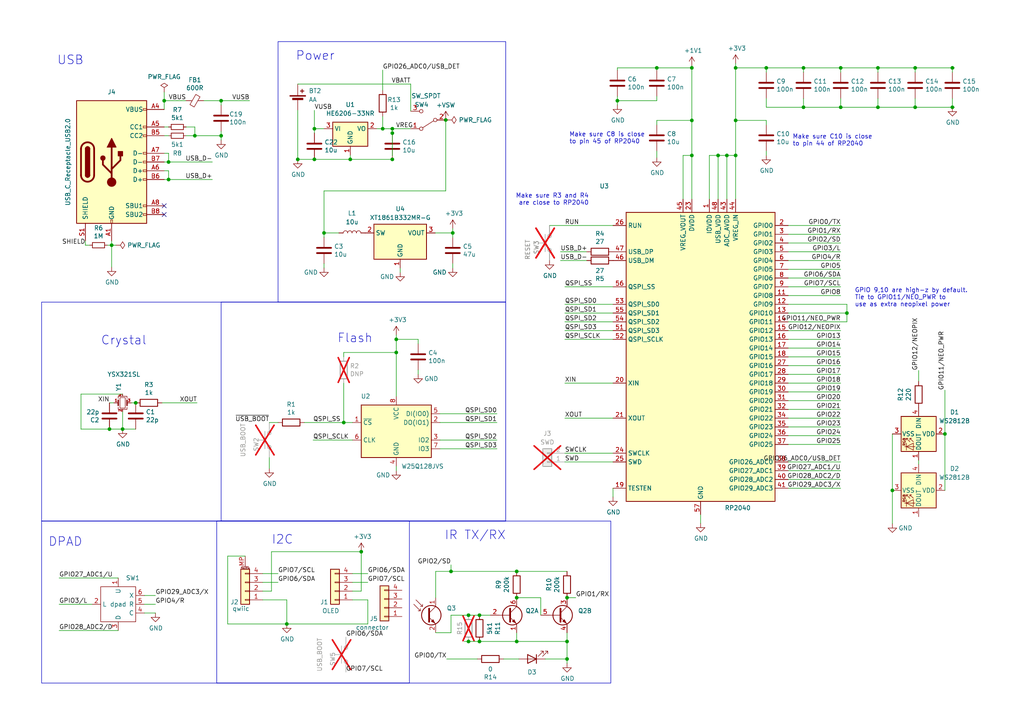
<source format=kicad_sch>
(kicad_sch (version 20250114) (generator "eeschema") (generator_version "9.0")
  (paper "A4")
  (title_block (title "OpenTaxus Badge") (date "2024-06-12") (rev "1.0") (comment 1 "Joe FitzPatrick") (comment 2 "joefitz@securinghw.com"))
  (rectangle (start 12.065 87.63) (end 146.685 151.13))
  (rectangle (start 12.065 151.13) (end 177.165 198.12))
  (rectangle (start 64.135 87.63) (end 146.685 151.13))
  (rectangle (start 62.865 151.13) (end 118.745 198.12))
  (rectangle (start 80.645 12.065) (end 146.685 87.63))
  (text "DPAD" (at 13.97 158.75 0) (effects (font (size 2.54 2.54)) (justify left bottom)))
  (text "Make sure C10 is close\nto pin 44 of RP2040" (at 229.87 42.545 0) (effects (font (size 1.27 1.27)) (justify left bottom)))
  (text "Make sure C8 is close \nto pin 45 of RP2040" (at 165.1 41.91 0) (effects (font (size 1.27 1.27)) (justify left bottom)))
  (text "IR TX/RX" (at 128.905 156.845 0) (effects (font (size 2.54 2.54)) (justify left bottom)))
  (text "USB" (at 16.51 19.05 0) (effects (font (size 2.54 2.54)) (justify left bottom)))
  (text "I2C" (at 78.74 158.115 0) (effects (font (size 2.54 2.54)) (justify left bottom)))
  (text "Make sure R3 and R4\nare close to RP2040" (at 170.815 59.69 0) (effects (font (size 1.27 1.27)) (justify right bottom)))
  (text "Flash" (at 97.79 99.695 0) (effects (font (size 2.54 2.54)) (justify left bottom)))
  (text "Crystal" (at 29.21 100.33 0) (effects (font (size 2.54 2.54)) (justify left bottom)))
  (text "Power" (at 85.725 17.78 0) (effects (font (size 2.54 2.54)) (justify left bottom)))
  (text "GPIO 9,10 are high-z by default. \nTie to GPIO11/NEO_PWR to \nuse as extra neopixel power" (at 247.904 89.154 0) (effects (font (size 1.27 1.27)) (justify left bottom)))
  (junction (at 139.065 178.435))
  (junction (at 91.186 46.228))
  (junction (at 265.43 19.685))
  (junction (at 233.045 31.115))
  (junction (at 113.792 46.228))
  (junction (at 222.25 19.685))
  (junction (at 31.75 124.46))
  (junction (at 35.56 124.46))
  (junction (at 149.86 173.355))
  (junction (at 254.635 19.685))
  (junction (at 258.826 142.24))
  (junction (at 265.43 31.115))
  (junction (at 114.935 102.235))
  (junction (at 48.895 52.07))
  (junction (at 99.695 122.555))
  (junction (at 113.792 37.338))
  (junction (at 47.625 29.21))
  (junction (at 32.385 71.12))
  (junction (at 274.066 125.857))
  (junction (at 254.635 31.115))
  (junction (at 164.465 173.355))
  (junction (at 114.935 98.425))
  (junction (at 245.6395 90.805))
  (junction (at 93.98 67.564))
  (junction (at 190.5 19.685))
  (junction (at 64.135 39.37))
  (junction (at 130.81 165.735))
  (junction (at 276.225 19.685))
  (junction (at 200.66 19.685))
  (junction (at 149.86 165.735))
  (junction (at 131.318 67.564))
  (junction (at 213.36 45.085))
  (junction (at 243.84 31.115))
  (junction (at 83.185 180.975))
  (junction (at 233.045 19.685))
  (junction (at 39.37 116.84))
  (junction (at 213.36 34.925))
  (junction (at 208.28 45.085))
  (junction (at 104.775 160.02))
  (junction (at 213.36 19.685))
  (junction (at 179.07 29.21))
  (junction (at 56.515 39.37))
  (junction (at 164.465 186.055))
  (junction (at 91.186 37.338))
  (junction (at 86.36 46.228))
  (junction (at 101.6 46.228))
  (junction (at 129.286 34.798))
  (junction (at 200.66 45.085))
  (junction (at 200.66 34.925))
  (junction (at 135.89 178.435))
  (junction (at 139.065 186.055))
  (junction (at 276.225 31.115))
  (junction (at 48.895 46.99))
  (junction (at 164.465 191.135))
  (junction (at 149.86 186.055))
  (junction (at 113.792 38.608))
  (junction (at 64.135 29.21))
  (junction (at 243.84 19.685))
  (junction (at 210.82 45.085))
  (junction (at 110.998 37.338))
  (junction (at 135.89 186.055))
  (no_connect (at 47.625 62.23))
  (no_connect (at 47.625 59.69))
  (wire (pts (xy 233.045 28.575) (xy 233.045 31.115)))
  (wire (pts (xy 177.8 83.185) (xy 163.83 83.185)))
  (wire (pts (xy 26.035 71.12) (xy 24.765 71.12)))
  (wire (pts (xy 258.826 125.857) (xy 258.826 142.24)))
  (wire (pts (xy 32.385 71.12) (xy 32.385 77.47)))
  (wire (pts (xy 228.6 116.205) (xy 243.84 116.205)))
  (wire (pts (xy 61.595 52.07) (xy 48.895 52.07)))
  (wire (pts (xy 102.235 168.91) (xy 106.68 168.91)))
  (wire (pts (xy 48.895 44.45) (xy 48.895 46.99)))
  (wire (pts (xy 66.04 180.975) (xy 83.185 180.975)))
  (wire (pts (xy 127.635 122.555) (xy 144.145 122.555)))
  (wire (pts (xy 190.5 19.685) (xy 190.5 20.32)))
  (wire (pts (xy 265.43 19.685) (xy 276.225 19.685)))
  (wire (pts (xy 222.25 20.955) (xy 222.25 19.685)))
  (wire (pts (xy 190.5 34.925) (xy 190.5 36.195)))
  (wire (pts (xy 228.6 67.945) (xy 243.84 67.945)))
  (wire (pts (xy 228.6 136.525) (xy 243.84 136.525)))
  (wire (pts (xy 109.22 37.338) (xy 110.998 37.338)))
  (wire (pts (xy 47.625 26.67) (xy 47.625 29.21)))
  (wire (pts (xy 104.775 160.02) (xy 104.775 171.45)))
  (wire (pts (xy 126.365 165.735) (xy 126.365 173.355)))
  (wire (pts (xy 163.83 93.345) (xy 177.8 93.345)))
  (wire (pts (xy 64.135 40.64) (xy 64.135 39.37)))
  (wire (pts (xy 177.8 121.285) (xy 163.83 121.285)))
  (wire (pts (xy 91.186 37.338) (xy 93.98 37.338)))
  (wire (pts (xy 228.6 139.065) (xy 243.84 139.065)))
  (wire (pts (xy 86.36 32.004) (xy 86.36 46.228)))
  (wire (pts (xy 233.045 19.685) (xy 243.84 19.685)))
  (wire (pts (xy 276.225 31.115) (xy 276.86 31.115)))
  (wire (pts (xy 93.98 67.564) (xy 93.98 55.372)))
  (wire (pts (xy 93.98 76.454) (xy 93.98 77.724)))
  (wire (pts (xy 213.36 34.925) (xy 222.25 34.925)))
  (wire (pts (xy 110.998 37.338) (xy 113.792 37.338)))
  (wire (pts (xy 135.89 186.055) (xy 139.065 186.055)))
  (wire (pts (xy 228.6 80.645) (xy 243.84 80.645)))
  (wire (pts (xy 179.07 27.94) (xy 179.07 29.21)))
  (wire (pts (xy 205.74 45.085) (xy 208.28 45.085)))
  (wire (pts (xy 106.68 180.975) (xy 83.185 180.975)))
  (wire (pts (xy 228.6 100.965) (xy 243.84 100.965)))
  (wire (pts (xy 210.82 57.785) (xy 210.82 45.085)))
  (wire (pts (xy 47.625 39.37) (xy 48.895 39.37)))
  (wire (pts (xy 228.6 128.905) (xy 243.84 128.905)))
  (wire (pts (xy 86.106 46.228) (xy 86.36 46.228)))
  (wire (pts (xy 228.6 70.485) (xy 243.84 70.485)))
  (wire (pts (xy 228.6 90.805) (xy 245.6395 90.805)))
  (wire (pts (xy 114.935 135.255) (xy 114.935 136.525)))
  (wire (pts (xy 91.186 46.228) (xy 101.6 46.228)))
  (wire (pts (xy 32.385 71.12) (xy 33.655 71.12)))
  (wire (pts (xy 228.6 95.885) (xy 243.84 95.885)))
  (wire (pts (xy 203.2 149.225) (xy 203.2 151.765)))
  (wire (pts (xy 35.56 119.38) (xy 35.56 124.46)))
  (wire (pts (xy 101.6 46.228) (xy 113.792 46.228)))
  (wire (pts (xy 179.07 19.685) (xy 190.5 19.685)))
  (wire (pts (xy 228.6 113.665) (xy 243.84 113.665)))
  (wire (pts (xy 179.07 29.21) (xy 179.07 30.48)))
  (wire (pts (xy 254.635 19.685) (xy 265.43 19.685)))
  (wire (pts (xy 129.286 34.798) (xy 129.794 34.798)))
  (wire (pts (xy 265.43 20.955) (xy 265.43 19.685)))
  (wire (pts (xy 258.826 142.24) (xy 258.826 151.892)))
  (wire (pts (xy 276.225 20.955) (xy 276.225 19.685)))
  (wire (pts (xy 76.2 171.45) (xy 78.74 171.45)))
  (wire (pts (xy 48.895 49.53) (xy 48.895 52.07)))
  (wire (pts (xy 149.86 165.735) (xy 164.465 165.735)))
  (wire (pts (xy 213.36 45.085) (xy 213.36 57.785)))
  (wire (pts (xy 47.625 49.53) (xy 48.895 49.53)))
  (wire (pts (xy 213.36 19.685) (xy 213.36 34.925)))
  (wire (pts (xy 126.238 67.564) (xy 131.318 67.564)))
  (wire (pts (xy 110.998 20.32) (xy 110.998 26.162)))
  (wire (pts (xy 127.635 130.175) (xy 144.145 130.175)))
  (wire (pts (xy 38.1 116.84) (xy 39.37 116.84)))
  (wire (pts (xy 164.465 183.515) (xy 164.465 186.055)))
  (wire (pts (xy 163.83 88.265) (xy 177.8 88.265)))
  (wire (pts (xy 198.12 45.085) (xy 198.12 57.785)))
  (wire (pts (xy 110.998 33.782) (xy 110.998 37.338)))
  (wire (pts (xy 146.05 191.135) (xy 150.495 191.135)))
  (wire (pts (xy 265.43 28.575) (xy 265.43 31.115)))
  (wire (pts (xy 78.105 132.715) (xy 78.105 135.89)))
  (wire (pts (xy 23.495 114.3) (xy 23.495 124.46)))
  (wire (pts (xy 53.975 39.37) (xy 56.515 39.37)))
  (wire (pts (xy 139.065 178.435) (xy 142.24 178.435)))
  (wire (pts (xy 198.12 45.085) (xy 200.66 45.085)))
  (wire (pts (xy 35.56 124.46) (xy 39.37 124.46)))
  (wire (pts (xy 31.75 116.84) (xy 33.02 116.84)))
  (wire (pts (xy 91.186 32.004) (xy 91.186 37.338)))
  (wire (pts (xy 113.792 38.608) (xy 113.792 45.212)))
  (wire (pts (xy 228.6 83.185) (xy 243.84 83.185)))
  (wire (pts (xy 76.2 168.91) (xy 80.645 168.91)))
  (wire (pts (xy 64.135 29.21) (xy 64.135 30.48)))
  (wire (pts (xy 64.135 29.21) (xy 72.39 29.21)))
  (wire (pts (xy 149.86 186.055) (xy 149.86 183.515)))
  (wire (pts (xy 48.895 46.99) (xy 61.595 46.99)))
  (wire (pts (xy 131.318 66.294) (xy 131.318 67.564)))
  (wire (pts (xy 17.145 167.64) (xy 34.29 167.64)))
  (wire (pts (xy 243.84 20.955) (xy 243.84 19.685)))
  (wire (pts (xy 177.8 141.605) (xy 177.8 144.145)))
  (wire (pts (xy 113.792 38.608) (xy 113.792 37.338)))
  (wire (pts (xy 177.8 131.445) (xy 163.83 131.445)))
  (wire (pts (xy 190.5 34.925) (xy 200.66 34.925)))
  (wire (pts (xy 245.6395 88.265) (xy 245.6395 90.805)))
  (wire (pts (xy 78.74 160.02) (xy 78.74 171.45)))
  (wire (pts (xy 41.91 177.8) (xy 45.085 177.8)))
  (wire (pts (xy 121.285 107.315) (xy 121.285 108.585)))
  (wire (pts (xy 127.635 127.635) (xy 144.145 127.635)))
  (wire (pts (xy 104.775 160.02) (xy 78.74 160.02)))
  (wire (pts (xy 53.975 29.21) (xy 47.625 29.21)))
  (wire (pts (xy 91.186 37.338) (xy 91.186 38.608)))
  (wire (pts (xy 213.36 34.925) (xy 213.36 45.085)))
  (wire (pts (xy 32.385 69.85) (xy 32.385 71.12)))
  (wire (pts (xy 17.145 175.26) (xy 26.67 175.26)))
  (wire (pts (xy 228.6 98.425) (xy 243.84 98.425)))
  (wire (pts (xy 243.84 31.115) (xy 254.635 31.115)))
  (wire (pts (xy 243.84 28.575) (xy 243.84 31.115)))
  (wire (pts (xy 200.66 34.925) (xy 200.66 45.085)))
  (wire (pts (xy 190.5 43.815) (xy 190.5 45.72)))
  (wire (pts (xy 129.286 55.372) (xy 129.286 34.798)))
  (wire (pts (xy 131.318 67.564) (xy 131.318 68.834)))
  (wire (pts (xy 139.065 186.055) (xy 149.86 186.055)))
  (wire (pts (xy 228.6 108.585) (xy 243.84 108.585)))
  (wire (pts (xy 48.895 46.99) (xy 47.625 46.99)))
  (wire (pts (xy 228.6 65.405) (xy 243.84 65.405)))
  (wire (pts (xy 228.6 141.605) (xy 243.84 141.605)))
  (wire (pts (xy 127.635 120.015) (xy 144.145 120.015)))
  (wire (pts (xy 83.185 173.99) (xy 83.185 180.975)))
  (wire (pts (xy 101.6 44.958) (xy 101.6 46.228)))
  (wire (pts (xy 130.81 183.515) (xy 130.81 178.435)))
  (wire (pts (xy 102.235 166.37) (xy 106.68 166.37)))
  (wire (pts (xy 130.81 165.735) (xy 149.86 165.735)))
  (wire (pts (xy 126.365 183.515) (xy 130.81 183.515)))
  (wire (pts (xy 35.56 114.3) (xy 23.495 114.3)))
  (wire (pts (xy 149.86 173.355) (xy 156.845 173.355)))
  (wire (pts (xy 163.83 95.885) (xy 177.8 95.885)))
  (wire (pts (xy 56.515 39.37) (xy 64.135 39.37)))
  (wire (pts (xy 102.235 171.45) (xy 104.775 171.45)))
  (wire (pts (xy 200.66 45.085) (xy 200.66 57.785)))
  (wire (pts (xy 210.82 45.085) (xy 213.36 45.085)))
  (wire (pts (xy 31.75 124.46) (xy 35.56 124.46)))
  (wire (pts (xy 205.74 57.785) (xy 205.74 45.085)))
  (wire (pts (xy 116.078 77.724) (xy 116.078 78.994)))
  (wire (pts (xy 24.765 69.85) (xy 24.765 71.12)))
  (wire (pts (xy 274.066 125.857) (xy 274.066 142.24)))
  (wire (pts (xy 53.975 36.83) (xy 56.515 36.83)))
  (wire (pts (xy 17.145 182.88) (xy 34.29 182.88)))
  (wire (pts (xy 200.66 19.685) (xy 190.5 19.685)))
  (wire (pts (xy 179.07 29.21) (xy 190.5 29.21)))
  (wire (pts (xy 164.465 186.055) (xy 164.465 191.135)))
  (wire (pts (xy 80.645 122.555) (xy 78.105 122.555)))
  (wire (pts (xy 213.36 19.685) (xy 222.25 19.685)))
  (wire (pts (xy 233.045 31.115) (xy 243.84 31.115)))
  (wire (pts (xy 222.25 43.815) (xy 222.25 45.085)))
  (wire (pts (xy 164.465 173.355) (xy 167.005 173.355)))
  (wire (pts (xy 228.6 126.365) (xy 243.84 126.365)))
  (wire (pts (xy 88.265 122.555) (xy 99.695 122.555)))
  (wire (pts (xy 121.285 98.425) (xy 114.935 98.425)))
  (wire (pts (xy 228.6 103.505) (xy 243.84 103.505)))
  (wire (pts (xy 274.066 113.157) (xy 274.066 125.857)))
  (wire (pts (xy 114.935 98.425) (xy 114.935 102.235)))
  (wire (pts (xy 228.6 88.265) (xy 245.6395 88.265)))
  (wire (pts (xy 121.285 99.695) (xy 121.285 98.425)))
  (wire (pts (xy 222.25 36.195) (xy 222.25 34.925)))
  (wire (pts (xy 177.8 98.425) (xy 163.83 98.425)))
  (wire (pts (xy 106.68 173.99) (xy 106.68 180.975)))
  (wire (pts (xy 158.115 191.135) (xy 164.465 191.135)))
  (wire (pts (xy 93.98 55.372) (xy 129.286 55.372)))
  (wire (pts (xy 76.2 173.99) (xy 83.185 173.99)))
  (wire (pts (xy 47.625 44.45) (xy 48.895 44.45)))
  (wire (pts (xy 254.635 31.115) (xy 265.43 31.115)))
  (wire (pts (xy 131.318 76.454) (xy 131.318 77.724)))
  (wire (pts (xy 47.625 52.07) (xy 48.895 52.07)))
  (wire (pts (xy 90.805 127.635) (xy 102.235 127.635)))
  (wire (pts (xy 93.98 67.564) (xy 93.98 68.834)))
  (wire (pts (xy 276.225 19.685) (xy 276.86 19.685)))
  (wire (pts (xy 228.6 111.125) (xy 243.84 111.125)))
  (wire (pts (xy 265.43 31.115) (xy 276.225 31.115)))
  (wire (pts (xy 233.045 31.115) (xy 222.25 31.115)))
  (wire (pts (xy 113.792 46.228) (xy 114.046 46.228)))
  (wire (pts (xy 41.91 175.26) (xy 45.085 175.26)))
  (wire (pts (xy 66.04 161.29) (xy 66.04 180.975)))
  (wire (pts (xy 71.12 161.29) (xy 66.04 161.29)))
  (wire (pts (xy 86.36 46.228) (xy 91.186 46.228)))
  (wire (pts (xy 233.045 20.955) (xy 233.045 19.685)))
  (wire (pts (xy 99.695 103.505) (xy 99.695 102.235)))
  (wire (pts (xy 162.56 75.565) (xy 170.18 75.565)))
  (wire (pts (xy 190.5 29.21) (xy 190.5 27.94)))
  (wire (pts (xy 200.66 19.685) (xy 200.66 34.925)))
  (wire (pts (xy 113.792 37.338) (xy 119.126 37.338)))
  (wire (pts (xy 135.89 178.435) (xy 139.065 178.435)))
  (wire (pts (xy 164.465 186.055) (xy 149.86 186.055)))
  (wire (pts (xy 23.495 124.46) (xy 31.75 124.46)))
  (wire (pts (xy 266.446 107.442) (xy 266.446 110.617)))
  (wire (pts (xy 130.81 165.735) (xy 126.365 165.735)))
  (wire (pts (xy 228.6 121.285) (xy 243.84 121.285)))
  (wire (pts (xy 164.465 191.135) (xy 164.465 192.405)))
  (wire (pts (xy 222.25 19.685) (xy 233.045 19.685)))
  (wire (pts (xy 266.446 133.477) (xy 266.446 134.62)))
  (wire (pts (xy 31.115 71.12) (xy 32.385 71.12)))
  (wire (pts (xy 119.126 24.384) (xy 119.126 32.258)))
  (wire (pts (xy 76.2 166.37) (xy 80.645 166.37)))
  (wire (pts (xy 159.385 65.405) (xy 177.8 65.405)))
  (wire (pts (xy 64.135 38.1) (xy 64.135 39.37)))
  (wire (pts (xy 163.83 90.805) (xy 177.8 90.805)))
  (wire (pts (xy 228.6 78.105) (xy 243.84 78.105)))
  (wire (pts (xy 179.07 20.32) (xy 179.07 19.685)))
  (wire (pts (xy 46.99 116.84) (xy 57.15 116.84)))
  (wire (pts (xy 208.28 57.785) (xy 208.28 45.085)))
  (wire (pts (xy 59.055 29.21) (xy 64.135 29.21)))
  (wire (pts (xy 228.6 118.745) (xy 243.84 118.745)))
  (wire (pts (xy 114.935 97.155) (xy 114.935 98.425)))
  (wire (pts (xy 213.36 18.415) (xy 213.36 19.685)))
  (wire (pts (xy 228.6 73.025) (xy 243.84 73.025)))
  (wire (pts (xy 254.635 28.575) (xy 254.635 31.115)))
  (wire (pts (xy 254.635 20.955) (xy 254.635 19.685)))
  (wire (pts (xy 134.62 186.055) (xy 135.89 186.055)))
  (wire (pts (xy 114.935 102.235) (xy 114.935 114.935)))
  (wire (pts (xy 228.6 75.565) (xy 243.84 75.565)))
  (wire (pts (xy 102.235 173.99) (xy 106.68 173.99)))
  (wire (pts (xy 86.36 24.384) (xy 119.126 24.384)))
  (wire (pts (xy 99.695 102.235) (xy 114.935 102.235)))
  (wire (pts (xy 56.515 36.83) (xy 56.515 39.37)))
  (wire (pts (xy 245.6395 93.345) (xy 245.6395 90.805)))
  (wire (pts (xy 228.6 133.985) (xy 243.84 133.985)))
  (wire (pts (xy 243.84 19.685) (xy 254.635 19.685)))
  (wire (pts (xy 130.81 163.83) (xy 130.81 165.735)))
  (wire (pts (xy 200.66 19.685) (xy 200.66 19.05)))
  (wire (pts (xy 98.298 67.564) (xy 93.98 67.564)))
  (wire (pts (xy 47.625 29.21) (xy 47.625 31.75)))
  (wire (pts (xy 228.6 93.345) (xy 245.6395 93.345)))
  (wire (pts (xy 177.8 133.985) (xy 163.83 133.985)))
  (wire (pts (xy 208.28 45.085) (xy 210.82 45.085)))
  (wire (pts (xy 276.225 28.575) (xy 276.225 31.115)))
  (wire (pts (xy 228.6 85.725) (xy 243.84 85.725)))
  (wire (pts (xy 228.6 123.825) (xy 243.84 123.825)))
  (wire (pts (xy 162.56 73.025) (xy 170.18 73.025)))
  (wire (pts (xy 130.81 178.435) (xy 135.89 178.435)))
  (wire (pts (xy 228.6 106.045) (xy 243.84 106.045)))
  (wire (pts (xy 163.83 111.125) (xy 177.8 111.125)))
  (wire (pts (xy 222.25 28.575) (xy 222.25 31.115)))
  (wire (pts (xy 99.695 111.125) (xy 99.695 122.555)))
  (wire (pts (xy 156.845 173.355) (xy 156.845 178.435)))
  (wire (pts (xy 99.695 122.555) (xy 102.235 122.555)))
  (wire (pts (xy 48.895 36.83) (xy 47.625 36.83)))
  (wire (pts (xy 41.91 172.72) (xy 45.085 172.72)))
  (wire (pts (xy 129.54 191.135) (xy 138.43 191.135)))
  (label "QSPI_SD3" (at 144.145 130.175 180))
  (label "RUN" (at 163.83 65.405 0))
  (label "GPIO14" (at 243.84 100.965 180))
  (label "GPIO0{slash}TX" (at 129.54 191.135 180))
  (label "QSPI_SD2" (at 163.83 93.345 0))
  (label "XOUT" (at 163.83 121.285 0))
  (label "GPIO24" (at 243.84 126.365 180))
  (label "GPIO6{slash}SDA" (at 106.68 166.37 0))
  (label "GPIO15" (at 243.84 103.505 180))
  (label "QSPI_SS" (at 163.83 83.185 0))
  (label "GPIO26_ADC0{slash}USB_DET" (at 110.998 20.32 0))
  (label "GPIO11{slash}NEO_PWR" (at 243.84 93.345 180))
  (label "GPIO29_ADC3{slash}X" (at 243.84 141.605 180))
  (label "GPIO27_ADC1{slash}U" (at 17.145 167.64 0))
  (label "~{USB_BOOT}" (at 78.105 122.555 180))
  (label "GPIO28_ADC2{slash}D" (at 243.84 139.065 180))
  (label "GPIO17" (at 243.84 108.585 180))
  (label "GPIO12{slash}NEOPIX" (at 243.84 95.885 180))
  (label "GPIO11{slash}NEO_PWR" (at 274.066 113.157 90))
  (label "GPIO23" (at 243.84 123.825 180))
  (label "GPIO16" (at 243.84 106.045 180))
  (label "SWCLK" (at 163.83 131.445 0))
  (label "USB_D-" (at 61.595 46.99 180))
  (label "XIN" (at 163.83 111.125 0))
  (label "QSPI_SD0" (at 144.145 120.015 180))
  (label "SHIELD" (at 24.765 71.12 180))
  (label "GPIO20" (at 243.84 116.205 180))
  (label "GPIO27_ADC1{slash}U" (at 243.84 136.525 180))
  (label "USB_D+" (at 162.56 73.025 0))
  (label "SWD" (at 163.83 133.985 0))
  (label "QSPI_SD1" (at 144.145 122.555 180))
  (label "QSPI_SCLK" (at 163.83 98.425 0))
  (label "GPIO7{slash}SCL" (at 100.33 194.945 0))
  (label "GPIO28_ADC2{slash}D" (at 17.145 182.88 0))
  (label "GPIO4{slash}R" (at 243.84 75.565 180))
  (label "QSPI_SD1" (at 163.83 90.805 0))
  (label "GPIO2{slash}SD" (at 243.84 70.485 180))
  (label "GPIO6{slash}SDA" (at 243.84 80.645 180))
  (label "USB_D-" (at 162.56 75.565 0))
  (label "GPIO7{slash}SCL" (at 80.645 166.37 0))
  (label "GPIO22" (at 243.84 121.285 180))
  (label "USB_D+" (at 61.595 52.07 180))
  (label "GPIO26_ADC0{slash}USB_DET" (at 243.84 133.985 180))
  (label "GPIO6{slash}SDA" (at 100.33 184.785 0))
  (label "GPIO19" (at 243.84 113.665 180))
  (label "GPIO6{slash}SDA" (at 80.645 168.91 0))
  (label "GPIO7{slash}SCL" (at 243.84 83.185 180))
  (label "GPIO18" (at 243.84 111.125 180))
  (label "VBATT" (at 113.538 24.384 0))
  (label "QSPI_SD2" (at 144.145 127.635 180))
  (label "GPIO1{slash}RX" (at 167.005 173.355 0))
  (label "GPIO0{slash}TX" (at 243.84 65.405 180))
  (label "QSPI_SD0" (at 163.83 88.265 0))
  (label "GPIO29_ADC3{slash}X" (at 45.085 172.72 0))
  (label "XIN" (at 31.75 116.84 180))
  (label "QSPI_SS" (at 90.805 122.555 0))
  (label "GPIO3{slash}L" (at 17.145 175.26 0))
  (label "GPIO4{slash}R" (at 45.085 175.26 0))
  (label "GPIO5" (at 243.84 78.105 180))
  (label "GPIO2{slash}SD" (at 130.81 163.83 180))
  (label "GPIO25" (at 243.84 128.905 180))
  (label "GPIO7{slash}SCL" (at 106.68 168.91 0))
  (label "VREG" (at 114.808 37.338 0))
  (label "GPIO21" (at 243.84 118.745 180))
  (label "QSPI_SD3" (at 163.83 95.885 0))
  (label "QSPI_SCLK" (at 90.805 127.635 0))
  (label "VUSB" (at 72.39 29.21 180))
  (label "GPIO3{slash}L" (at 243.84 73.025 180))
  (label "GPIO1{slash}RX" (at 243.84 67.945 180))
  (label "GPIO12{slash}NEOPIX" (at 266.446 107.442 90))
  (label "GPIO13" (at 243.84 98.425 180))
  (label "XOUT" (at 57.15 116.84 180))
  (label "VBUS" (at 53.975 29.21 180))
  (label "GPIO8" (at 243.84 85.725 180))
  (label "VUSB" (at 91.186 32.004 0))
  (symbol (lib_id "power:GND") (at 93.98 77.724 0) (unit 1)
    (property "Reference" "#PWR05" (effects (hide yes)))
    (property "Value" "GND" (at 90.17 78.994 0))
  )
  (symbol (lib_id "power:GND") (at 64.135 40.64 0) (unit 1)
    (property "Reference" "#PWR022" (effects (hide yes)))
    (property "Value" "GND" (at 64.262 45.0342 0))
  )
  (symbol (lib_id "power:GND") (at 83.185 180.975 0) (unit 1)
    (property "Reference" "#PWR032" (effects (hide yes)))
    (property "Value" "GND" (at 83.312 185.3692 0))
  )
  (symbol (lib_id "power:GND") (at 164.465 192.405 0) (unit 1)
    (property "Reference" "#PWR024" (effects (hide yes)))
    (property "Value" "GND" (at 164.592 196.7992 0))
  )
  (symbol (lib_id "power:GND") (at 222.25 45.085 0) (unit 1)
    (property "Reference" "#PWR018" (effects (hide yes)))
    (property "Value" "GND" (at 222.377 49.4792 0))
  )
  (symbol (lib_id "Sensor_Optical:SFH320") (at 123.825 178.435 0) (unit 1)
    (property "Reference" "Q3" (at 129.54 176.4157 0) (effects (justify left)))
    (property "Value" "PT12-21B/TR8" (effects (hide yes)))
    (property "Footprint" "ir:PT12-21B-TR8" (effects (hide yes)))
    (property "Datasheet" "https://datasheet.lcsc.com/lcsc/1811072201_Everlight-Elec-PT12-21B-TR8_C264383.pdf" (effects (hide yes)))
    (property "LCSC" "C264383" (effects (hide yes)))
    (property "P/N" "PT12-21B/TR8" (effects (hide yes)))
    (property "mfg" "Everlight" (effects (hide yes)))
  )
  (symbol (lib_id "Switch:SW_Push") (at 159.385 70.485 90) (mirror x) (unit 1) (dnp yes)
    (property "Reference" "SW3" (at 155.575 71.755 0))
    (property "Value" "RESET" (at 153.035 72.39 0))
    (property "Footprint" "Jumper:SolderJumper-2_P1.3mm_Open_RoundedPad1.0x1.5mm" (effects (hide yes)))
    (property "LCSC" "DNP" (effects (hide yes)))
  )
  (symbol (lib_id "power:GND") (at 114.935 136.525 0) (unit 1)
    (property "Reference" "#PWR08" (effects (hide yes)))
    (property "Value" "GND" (at 111.125 137.795 0))
  )
  (symbol (lib_id "power:+VSW") (at 129.286 34.798 0) (unit 1)
    (property "Reference" "#PWR025" (effects (hide yes)))
    (property "Value" "+VSW" (at 129.286 30.48 0))
  )
  (symbol (lib_id "Device:R") (at 149.86 169.545 0) (unit 1)
    (property "Reference" "R9" (at 144.6022 169.545 90))
    (property "Value" "200k" (at 146.9136 169.545 90))
    (property "Footprint" "Resistor_SMD:R_0402_1005Metric" (effects (hide yes)))
    (property "LCSC" "C25764" (effects (hide yes)))
    (property "P/N" "0402WGF2003TCE" (effects (hide yes)))
    (property "Price" "$0.00" (effects (hide yes)))
    (property "mfg" "UNI-ROYAL" (effects (hide yes)))
  )
  (symbol (lib_id "Device:C") (at 265.43 24.765 0) (unit 1)
    (property "Reference" "C14" (at 268.351 23.5966 0) (effects (justify left)))
    (property "Value" "100n" (at 268.351 25.908 0) (effects (justify left)))
    (property "Footprint" "Capacitor_SMD:C_0402_1005Metric" (effects (hide yes)))
    (property "LCSC" "C100072" (effects (hide yes)))
    (property "P/N" "CL05A104KA5NNNC" (effects (hide yes)))
    (property "Price" "$0.00" (effects (hide yes)))
    (property "mfg" "Samsung" (effects (hide yes)))
  )
  (symbol (lib_id "RP2040_minimal-rescue:W25Q128JVS-Memory_Flash") (at 114.935 125.095 0) (unit 1)
    (property "Reference" "U2" (at 106.045 114.935 0))
    (property "Value" "W25Q128JVS" (at 122.555 135.255 0))
    (property "Footprint" "Package_SO:SOIC-8_5.23x5.23mm_P1.27mm" (effects (hide yes)))
    (property "Datasheet" "http://www.winbond.com/resource-files/w25q128jv_dtr%20revc%2003272018%20plus.pdf" (effects (hide yes)))
    (property "LCSC" "C97521" (effects (hide yes)))
    (property "P/N" "W25Q128JVSIQ" (effects (hide yes)))
    (property "Price" "$0.41" (effects (hide yes)))
    (property "JLCPCB Rotation Offset" "-90" (effects (hide yes)))
    (property "mfg" "Winbond" (effects (hide yes)))
  )
  (symbol (lib_id "Device:R_Small") (at 51.435 39.37 90) (mirror x) (unit 1)
    (property "Reference" "R8" (at 51.435 44.45 90))
    (property "Value" "5k1" (at 51.435 41.91 90))
    (property "Footprint" "Resistor_SMD:R_0402_1005Metric" (effects (hide yes)))
    (property "P/N" "0402WGJ0512TCE" (effects (hide yes)))
    (property "LCSC" "C25941" (effects (hide yes)))
    (property "Price" "$0.00" (effects (hide yes)))
    (property "mfg" "UNI-ROYAL" (effects (hide yes)))
  )
  (symbol (lib_id "power:GND") (at 45.085 177.8 0) (unit 1)
    (property "Reference" "#PWR01" (effects (hide yes)))
    (property "Value" "GND" (at 45.212 182.1942 0))
  )
  (symbol (lib_id "power:GND") (at 177.8 144.145 0) (unit 1)
    (property "Reference" "#PWR015" (effects (hide yes)))
    (property "Value" "GND" (at 177.927 148.5392 0))
  )
  (symbol (lib_id "Device:R") (at 139.065 182.245 180) (unit 1)
    (property "Reference" "R11" (at 144.3228 182.245 90))
    (property "Value" "5k1" (at 142.0114 182.245 90))
    (property "Footprint" "Resistor_SMD:R_0402_1005Metric" (effects (hide yes)))
    (property "LCSC" "C25941" (effects (hide yes)))
    (property "P/N" "0402WGJ0512TCE" (effects (hide yes)))
    (property "Price" "$0.00" (effects (hide yes)))
    (property "mfg" "UNI-ROYAL" (effects (hide yes)))
  )
  (symbol (lib_id "power:GND") (at 121.285 108.585 0) (unit 1)
    (property "Reference" "#PWR09" (effects (hide yes)))
    (property "Value" "GND" (at 125.095 109.855 0))
  )
  (symbol (lib_id "Connector_Generic:Conn_01x04") (at 111.506 176.276 180) (unit 1) (on_board no)
    (property "Reference" "J5" (at 109.601 179.451 0) (effects (justify left)))
    (property "Value" "connector" (at 112.776 181.991 0) (effects (justify left)))
    (property "Footprint" "Connector_PinHeader_2.54mm:PinHeader_1x04_P2.54mm_Vertical" (effects (hide yes)))
    (property "Datasheet" "https://datasheet.lcsc.com/lcsc/2110210930_Ckmtw-Shenzhen-Cankemeng-B-2100S04P-C000_C2902691.pdf" (effects (hide yes)))
    (property "LCSC" "C2902691" (effects (hide yes)))
    (property "Price" "$3.00" (effects (hide yes)))
    (property "mfg" "Ckmtw" (effects (hide yes)))
    (property "P/N" "B-2100S04P-C000" (effects (hide yes)))
  )
  (symbol (lib_id "power:GND") (at 203.2 151.765 0) (unit 1)
    (property "Reference" "#PWR016" (effects (hide yes)))
    (property "Value" "GND" (at 203.327 156.1592 0))
  )
  (symbol (lib_id "Connector:USB_C_Receptacle_USB2.0") (at 32.385 46.99 0) (unit 1)
    (property "Reference" "J4" (at 32.385 26.67 0))
    (property "Value" "USB_C_Receptacle_USB2.0" (at 19.685 46.99 90))
    (property "Footprint" "usbc:USB_C_Receptacle_HRO_TYPE-C-31-M-12" (effects (hide yes)))
    (property "Datasheet" "https://datasheet.lcsc.com/lcsc/2201121330_DEALON-USB-TYPE-C-018_C2927038.pdf" (effects (hide yes)))
    (property "P/N" " USB-TYPE-C-018" (effects (hide yes)))
    (property "LCSC" "C2927038" (effects (hide yes)))
    (property "Price" "$0.20" (effects (hide yes)))
    (property "JLCPCB Position Offset" "0,1.27" (effects (hide yes)))
    (property "mfg" "DEALON" (effects (hide yes)))
  )
  (symbol (lib_id "Device:L") (at 102.108 67.564 90) (unit 1)
    (property "Reference" "L1" (at 102.108 61.849 90))
    (property "Value" "10u" (at 102.108 64.389 90))
    (property "Footprint" "Inductor_SMD:L_1008_2520Metric" (effects (hide yes)))
    (property "Datasheet" "https://datasheet.lcsc.com/lcsc/2304140030_cjiang--Changjiang-Microelectronics-Tech-FHD252012S-100MT_C602018.pdf" (effects (hide yes)))
    (property "LCSC" "C602018" (effects (hide yes)))
    (property "P/N" "FHD252012S-100MT" (effects (hide yes)))
    (property "Price" "$0.0297" (effects (hide yes)))
    (property "mfg" "cjiang" (effects (hide yes)))
  )
  (symbol (lib_id "power:+3V3") (at 104.775 160.02 0) (unit 1)
    (property "Reference" "#PWR026" (effects (hide yes)))
    (property "Value" "+3V3" (at 105.156 155.6258 0))
  )
  (symbol (lib_id "power:GND") (at 35.56 124.46 0) (unit 1)
    (property "Reference" "#PWR03" (effects (hide yes)))
    (property "Value" "GND" (at 35.687 128.8542 0))
  )
  (symbol (lib_id "power:GND") (at 116.078 78.994 0) (unit 1)
    (property "Reference" "#PWR06" (effects (hide yes)))
    (property "Value" "GND" (at 112.268 80.264 0))
  )
  (symbol (lib_id "Switch:SW_SPDT") (at 124.206 34.798 180) (unit 1)
    (property "Reference" "SW4" (at 122.301 30.353 0))
    (property "Value" "SW_SPDT" (at 123.571 27.813 0))
    (property "Footprint" "Button_Switch_SMD:SW_SPDT_PCM12" (effects (hide yes)))
    (property "Datasheet" "https://datasheet.lcsc.com/lcsc/2110151630_XKB-Connection-SK-3296S-01-L1_C319020.pdf" (effects (hide yes)))
    (property "LCSC" "C319020" (effects (hide yes)))
    (property "P/N" "SK-3296S-01-L1 " (effects (hide yes)))
    (property "mfg" "XKB" (effects (hide yes)))
  )
  (symbol (lib_id "power:PWR_FLAG") (at 47.625 26.67 0) (unit 1)
    (property "Reference" "#FLG02" (effects (hide yes)))
    (property "Value" "PWR_FLAG" (at 47.625 22.2758 0))
  )
  (symbol (lib_id "Device:R") (at 173.99 75.565 90) (unit 1)
    (property "Reference" "R5" (at 173.99 80.8228 90))
    (property "Value" "27" (at 173.99 78.5114 90))
    (property "Footprint" "Resistor_SMD:R_0402_1005Metric" (effects (hide yes)))
    (property "LCSC" "C25100" (effects (hide yes)))
    (property "P/N" "0402WGF270JTCE" (effects (hide yes)))
    (property "Price" "$0.00" (effects (hide yes)))
    (property "mfg" "UNI-ROYAL" (effects (hide yes)))
  )
  (symbol (lib_id "Device:R") (at 99.695 107.315 0) (unit 1) (dnp yes)
    (property "Reference" "R2" (at 101.473 106.1466 0) (effects (justify left)))
    (property "Value" "DNP" (at 101.473 108.458 0) (effects (justify left)))
    (property "Footprint" "Resistor_SMD:R_0402_1005Metric" (effects (hide yes)))
    (property "LCSC" "DNP" (effects (hide yes)))
  )
  (symbol (lib_id "power:PWR_FLAG") (at 129.794 34.798 270) (unit 1)
    (property "Reference" "#FLG03" (effects (hide yes)))
    (property "Value" "PWR_FLAG" (at 133.0452 34.798 90) (effects (justify left)))
  )
  (symbol (lib_id "Switch:SW_Push") (at 78.105 127.635 90) (mirror x) (unit 1) (dnp yes)
    (property "Reference" "SW2" (at 74.295 128.905 0))
    (property "Value" "USB_BOOT" (at 70.485 127.635 0))
    (property "Footprint" "Jumper:SolderJumper-2_P1.3mm_Open_RoundedPad1.0x1.5mm" (effects (hide yes)))
    (property "LCSC" "DNP" (effects (hide yes)))
  )
  (symbol (lib_id "dpad:5way-dpad") (at 34.29 175.26 0) (unit 1)
    (property "Reference" "SW1" (at 36.4841 167.64 0) (effects (justify left)))
    (property "Value" "dpad" (at 34.29 175.26 0))
    (property "Footprint" "dpad:10x10x10x9-6P-WX" (effects (hide yes)))
    (property "LCSC" "C2858290" (effects (hide yes)))
    (property "P/N" "10*10*10*9-6P WX" (effects (hide yes)))
    (property "Price" "$0.21" (effects (hide yes)))
    (property "mfg" "SHOU HAN" (effects (hide yes)))
  )
  (symbol (lib_id "Device:C") (at 179.07 24.13 0) (unit 1)
    (property "Reference" "C6" (at 181.991 22.9616 0) (effects (justify left)))
    (property "Value" "100n" (at 181.991 25.273 0) (effects (justify left)))
    (property "Footprint" "Capacitor_SMD:C_0402_1005Metric" (effects (hide yes)))
    (property "LCSC" "C100072" (effects (hide yes)))
    (property "P/N" "CL05A104KA5NNNC" (effects (hide yes)))
    (property "Price" "$0.00" (effects (hide yes)))
    (property "mfg" "Samsung" (effects (hide yes)))
  )
  (symbol (lib_id "power:GND") (at 258.826 151.892 0) (mirror y) (unit 1)
    (property "Reference" "#PWR023" (effects (hide yes)))
    (property "Value" "GND" (at 262.636 153.162 0))
  )
  (symbol (lib_id "ws2018b:WS2812B_1x1") (at 266.446 142.24 270) (unit 1)
    (property "Reference" "D2" (at 276.86 135.9214 90))
    (property "Value" "WS2812B" (at 276.86 138.4614 90))
    (property "Footprint" "ws2812b:LED_WS2812B_PLCC4_1.0x1.0mm" (effects (hide yes)))
    (property "Datasheet" "https://datasheet.lcsc.com/lcsc/2402181502_XINGLIGHT-XL-1010RGBC-WS2812B_C5349953.pdf" (effects (hide yes)))
    (property "Description" "RGB LED with integrated controller" (effects (hide yes)))
    (property "LCSC" "C5349953" (effects (hide yes)))
    (property "P/N" "XL-1010RGBC-WS2812B" (effects (hide yes)))
    (property "JLCPCB Rotation Offset" "90" (effects (hide yes)))
    (property "mfg" "XINGLIGHT" (effects (hide yes)))
  )
  (symbol (lib_id "power:GND") (at 159.385 75.565 0) (unit 1)
    (property "Reference" "#PWR013" (effects (hide yes)))
    (property "Value" "GND" (at 159.512 79.9592 0))
  )
  (symbol (lib_id "Device:C") (at 222.25 24.765 0) (unit 1)
    (property "Reference" "C9" (at 225.171 23.5966 0) (effects (justify left)))
    (property "Value" "100n" (at 225.171 25.908 0) (effects (justify left)))
    (property "Footprint" "Capacitor_SMD:C_0402_1005Metric" (effects (hide yes)))
    (property "LCSC" "C100072" (effects (hide yes)))
    (property "P/N" "CL05A104KA5NNNC" (effects (hide yes)))
    (property "Price" "$0.00" (effects (hide yes)))
    (property "mfg" "Samsung" (effects (hide yes)))
  )
  (symbol (lib_id "power:GND") (at 276.225 31.115 0) (unit 1)
    (property "Reference" "#PWR019" (effects (hide yes)))
    (property "Value" "GND" (at 276.352 35.5092 0))
  )
  (symbol (lib_id "power:GND") (at 131.318 77.724 0) (unit 1)
    (property "Reference" "#PWR011" (effects (hide yes)))
    (property "Value" "GND" (at 127.508 78.994 0))
  )
  (symbol (lib_id "Regulator_Switching:TPS61322DBZ") (at 116.078 70.104 0) (unit 1)
    (property "Reference" "U4" (at 116.078 60.579 0))
    (property "Value" "XT1861B332MR-G" (at 116.078 63.119 0))
    (property "Footprint" "Package_TO_SOT_SMD:SOT-23" (effects (hide yes)))
    (property "Datasheet" "https://datasheet.lcsc.com/lcsc/1809140225_NATLINEAR-XT1861B332MR-G_C236396.pdf" (effects (hide yes)))
    (property "LCSC" "C236396" (effects (hide yes)))
    (property "P/N" "XT1861B332MR-G" (effects (hide yes)))
    (property "Price" "$0.22" (effects (hide yes)))
    (property "JLCPCB Rotation Offset" "180" (effects (hide yes)))
    (property "mfg" "NATLINEAR" (effects (hide yes)))
  )
  (symbol (lib_id "Device:C") (at 243.84 24.765 0) (unit 1)
    (property "Reference" "C12" (at 246.761 23.5966 0) (effects (justify left)))
    (property "Value" "100n" (at 246.761 25.908 0) (effects (justify left)))
    (property "Footprint" "Capacitor_SMD:C_0402_1005Metric" (effects (hide yes)))
    (property "LCSC" "C100072" (effects (hide yes)))
    (property "P/N" "CL05A104KA5NNNC" (effects (hide yes)))
    (property "Price" "$0.00" (effects (hide yes)))
    (property "mfg" "Samsung" (effects (hide yes)))
  )
  (symbol (lib_id "Device:C") (at 121.285 103.505 0) (unit 1)
    (property "Reference" "C4" (at 124.206 102.3366 0) (effects (justify left)))
    (property "Value" "100n" (at 124.206 104.648 0) (effects (justify left)))
    (property "Footprint" "Capacitor_SMD:C_0402_1005Metric" (effects (hide yes)))
    (property "LCSC" "C100072" (effects (hide yes)))
    (property "P/N" "CL05A104KA5NNNC" (effects (hide yes)))
    (property "Price" "$0.00" (effects (hide yes)))
    (property "mfg" "Samsung" (effects (hide yes)))
  )
  (symbol (lib_id "power:GND") (at 86.36 46.228 0) (unit 1)
    (property "Reference" "#PWR04" (effects (hide yes)))
    (property "Value" "GND" (at 86.487 50.6222 0))
  )
  (symbol (lib_id "Device:R") (at 135.89 182.245 180) (unit 1) (dnp yes)
    (property "Reference" "R15" (at 133.35 182.245 90))
    (property "Value" "DNP" (effects (hide yes)))
    (property "Footprint" "Resistor_SMD:R_0402_1005Metric" (effects (hide yes)))
    (property "LCSC" "DNP" (effects (hide yes)))
    (property "Price" "$0.00" (effects (hide yes)))
  )
  (symbol (lib_id "Device:R") (at 142.24 191.135 90) (unit 1)
    (property "Reference" "R14" (at 142.24 196.3928 90))
    (property "Value" "0" (at 142.24 194.0814 90))
    (property "Footprint" "Resistor_SMD:R_0402_1005Metric" (effects (hide yes)))
    (property "LCSC" "C17168" (effects (hide yes)))
    (property "P/N" "0402WGF0000TCE" (effects (hide yes)))
    (property "Price" "$0.00" (effects (hide yes)))
    (property "mfg" "UNI-ROYAL" (effects (hide yes)))
  )
  (symbol (lib_id "Connector_Generic_MountingPin:Conn_01x04_MountingPin") (at 71.12 171.45 180) (unit 1)
    (property "Reference" "J2" (at 69.215 174.625 0) (effects (justify left)))
    (property "Value" "qwiic" (at 72.39 176.53 0) (effects (justify left)))
    (property "Footprint" "Connector_JST:JST_SH_SM04B-SRSS-TB_1x04-1MP_P1.00mm_Horizontal" (effects (hide yes)))
    (property "Datasheet" "https://datasheet.lcsc.com/lcsc/2306261509_Hong-Cheng-HCZZ0032-4_C7433425.pdf" (effects (hide yes)))
    (property "P/N" "HCZZ0032-4" (effects (hide yes)))
    (property "LCSC" "C7433425" (effects (hide yes)))
    (property "Price" "$0.13" (effects (hide yes)))
    (property "mfg" "Hong Cheng" (effects (hide yes)))
  )
  (symbol (lib_id "Device:Crystal_GND24_Small") (at 35.56 116.84 0) (unit 1)
    (property "Reference" "Y1" (at 34.3916 113.5126 90) (effects (justify left)))
    (property "Value" "YSX321SL" (at 31.115 108.585 0) (effects (justify left)))
    (property "Footprint" "Crystal:Crystal_SMD_3225-4Pin_3.2x2.5mm" (effects (hide yes)))
    (property "Datasheet" "https://datasheet.lcsc.com/lcsc/2304140030_YXC-X322512MSB4SI_C9002.pdf" (effects (hide yes)))
    (property "LCSC" "C9002" (effects (hide yes)))
    (property "P/N" "X322512MSB4SI" (effects (hide yes)))
    (property "Price" "$0.06" (effects (hide yes)))
    (property "mfg" "YXC" (effects (hide yes)))
  )
  (symbol (lib_id "tigard-rescue:Ferrite_Bead_Small-Device") (at 56.515 29.21 270) (unit 1)
    (property "Reference" "FB1" (at 56.515 23.1902 90))
    (property "Value" "600R" (at 56.515 25.5016 90))
    (property "Footprint" "Inductor_SMD:L_0402_1005Metric" (effects (hide yes)))
    (property "Datasheet" "https://datasheet.lcsc.com/lcsc/2304140030_Murata-Electronics-BLM15AX601SN1D_C76886.pdf" (effects (hide yes)))
    (property "P/N" "BLM15AX601SN1D" (effects (hide yes)))
    (property "LCSC" "C76886" (effects (hide yes)))
    (property "mfg" "Murata" (effects (hide yes)))
  )
  (symbol (lib_id "Device:C") (at 222.25 40.005 0) (unit 1)
    (property "Reference" "C10" (at 225.171 38.8366 0) (effects (justify left)))
    (property "Value" "10u" (at 225.171 41.148 0) (effects (justify left)))
    (property "Footprint" "Capacitor_SMD:C_0402_1005Metric" (effects (hide yes)))
    (property "LCSC" "C15525" (effects (hide yes)))
    (property "P/N" "CL05A106MQ5NUNC" (effects (hide yes)))
    (property "Price" "$0.00" (effects (hide yes)))
    (property "mfg" "Samsung" (effects (hide yes)))
  )
  (symbol (lib_id "ir:IR26-21C_L110_TR8") (at 154.305 191.135 180) (unit 1)
    (property "Reference" "D3" (at 154.305 194.945 0))
    (property "Value" "IR12-21C/TR8" (effects (hide yes)))
    (property "Footprint" "ir:IR12-21C-TR8" (effects (hide yes)))
    (property "Datasheet" "https://datasheet.lcsc.com/lcsc/1809192013_Everlight-Elec-IR12-21C-TR8_C53672.pdf" (effects (hide yes)))
    (property "LCSC" "C53672" (effects (hide yes)))
    (property "P/N" "IR12-21C/TR8" (effects (hide yes)))
    (property "mfg" "Everlight" (effects (hide yes)))
  )
  (symbol (lib_id "Transistor_BJT:BC847BS") (at 161.925 178.435 0) (unit 2)
    (property "Reference" "Q2" (at 167.64 177.165 0) (effects (justify left)))
    (property "Value" "BC847BS" (effects (hide yes)))
    (property "Footprint" "Package_TO_SOT_SMD:SOT-363_SC-70-6" (effects (hide yes)))
    (property "Datasheet" "https://datasheet.lcsc.com/lcsc/2303231200_FUXINSEMI-BC847BS_C5380687.pdf" (effects (hide yes)))
    (property "LCSC" "C5380687" (effects (hide yes)))
    (property "P/N" "BC847BS" (effects (hide yes)))
    (property "mfg" "FUXINSEMI" (effects (hide yes)))
  )
  (symbol (lib_id "power:GND") (at 190.5 45.72 0) (unit 1)
    (property "Reference" "#PWR021" (effects (hide yes)))
    (property "Value" "GND" (at 190.627 50.1142 0))
  )
  (symbol (lib_id "Device:C") (at 276.225 24.765 0) (unit 1)
    (property "Reference" "C15" (at 279.146 23.5966 0) (effects (justify left)))
    (property "Value" "100n" (at 279.146 25.908 0) (effects (justify left)))
    (property "Footprint" "Capacitor_SMD:C_0402_1005Metric" (effects (hide yes)))
    (property "LCSC" "C100072" (effects (hide yes)))
    (property "P/N" "CL05A104KA5NNNC" (effects (hide yes)))
    (property "Price" "$0.00" (effects (hide yes)))
    (property "mfg" "Samsung" (effects (hide yes)))
  )
  (symbol (lib_id "power:+3V3") (at 114.935 97.155 0) (unit 1)
    (property "Reference" "#PWR07" (effects (hide yes)))
    (property "Value" "+3V3" (at 115.316 92.7608 0))
  )
  (symbol (lib_id "Device:R") (at 164.465 169.545 0) (unit 1)
    (property "Reference" "R10" (at 159.2072 169.545 90))
    (property "Value" "200k" (at 161.5186 169.545 90))
    (property "Footprint" "Resistor_SMD:R_0402_1005Metric" (effects (hide yes)))
    (property "LCSC" "C25764" (effects (hide yes)))
    (property "P/N" "0402WGF2003TCE" (effects (hide yes)))
    (property "Price" "$0.00" (effects (hide yes)))
    (property "mfg" "UNI-ROYAL" (effects (hide yes)))
  )
  (symbol (lib_id "power:GND") (at 78.105 135.89 0) (unit 1)
    (property "Reference" "#PWR02" (effects (hide yes)))
    (property "Value" "GND" (at 78.232 140.2842 0))
  )
  (symbol (lib_id "Device:C") (at 64.135 34.29 0) (unit 1)
    (property "Reference" "C19" (at 66.4718 33.1216 0) (effects (justify left)))
    (property "Value" "100n" (at 66.4718 35.433 0) (effects (justify left)))
    (property "Footprint" "Capacitor_SMD:C_0402_1005Metric" (effects (hide yes)))
    (property "P/N" "CL05A104KA5NNNC" (effects (hide yes)))
    (property "LCSC" "C100072" (effects (hide yes)))
    (property "Price" "$0.00" (effects (hide yes)))
    (property "mfg" "Samsung" (effects (hide yes)))
  )
  (symbol (lib_id "Device:C") (at 113.792 42.418 0) (unit 1)
    (property "Reference" "C16" (at 116.713 41.2496 0) (effects (justify left)))
    (property "Value" "10u" (at 116.713 43.561 0) (effects (justify left)))
    (property "Footprint" "Capacitor_SMD:C_0402_1005Metric" (effects (hide yes)))
    (property "LCSC" "C15525" (effects (hide yes)))
    (property "P/N" "CL05A106MQ5NUNC" (effects (hide yes)))
    (property "Price" "$0.00" (effects (hide yes)))
    (property "mfg" "Samsung" (effects (hide yes)))
  )
  (symbol (lib_id "power:+1V1") (at 200.66 19.05 0) (unit 1)
    (property "Reference" "#PWR014" (effects (hide yes)))
    (property "Value" "+1V1" (at 201.041 14.6558 0))
  )
  (symbol (lib_id "Device:R_Small") (at 51.435 36.83 270) (unit 1)
    (property "Reference" "R7" (at 51.435 31.8516 90))
    (property "Value" "5k1" (at 51.435 34.163 90))
    (property "Footprint" "Resistor_SMD:R_0402_1005Metric" (effects (hide yes)))
    (property "P/N" "0402WGJ0512TCE" (effects (hide yes)))
    (property "LCSC" "C25941" (effects (hide yes)))
    (property "Price" "$0.00" (effects (hide yes)))
    (property "mfg" "UNI-ROYAL" (effects (hide yes)))
  )
  (symbol (lib_id "Device:R") (at 266.446 114.427 0) (unit 1)
    (property "Reference" "R12" (at 261.1882 114.427 90))
    (property "Value" "220" (at 263.4996 114.427 90))
    (property "Footprint" "Resistor_SMD:R_0402_1005Metric" (effects (hide yes)))
    (property "LCSC" "C25091" (effects (hide yes)))
    (property "P/N" "0402WGF2200TCE" (effects (hide yes)))
    (property "Price" "$0.00" (effects (hide yes)))
    (property "mfg" "UNI-ROYAL" (effects (hide yes)))
  )
  (symbol (lib_id "power:GND") (at 179.07 30.48 0) (unit 1)
    (property "Reference" "#PWR012" (effects (hide yes)))
    (property "Value" "GND" (at 179.197 34.8742 0))
  )
  (symbol (lib_id "power:PWR_FLAG") (at 33.655 71.12 270) (unit 1)
    (property "Reference" "#FLG01" (effects (hide yes)))
    (property "Value" "PWR_FLAG" (at 36.9062 71.12 90) (effects (justify left)))
  )
  (symbol (lib_id "Device:C") (at 93.98 72.644 0) (unit 1)
    (property "Reference" "C3" (at 96.901 71.4756 0) (effects (justify left)))
    (property "Value" "10u" (at 96.901 73.787 0) (effects (justify left)))
    (property "Footprint" "Capacitor_SMD:C_0402_1005Metric" (effects (hide yes)))
    (property "LCSC" "C15525" (effects (hide yes)))
    (property "P/N" "CL05A106MQ5NUNC" (effects (hide yes)))
    (property "Price" "$0.00" (effects (hide yes)))
    (property "mfg" "Samsung" (effects (hide yes)))
  )
  (symbol (lib_id "Transistor_BJT:BC847BS") (at 147.32 178.435 0) (unit 1)
    (property "Reference" "Q2" (at 152.4 177.165 0) (effects (justify left)))
    (property "Value" "BC847BS" (effects (hide yes)))
    (property "Footprint" "Package_TO_SOT_SMD:SOT-363_SC-70-6" (effects (hide yes)))
    (property "Datasheet" "https://datasheet.lcsc.com/lcsc/2303231200_FUXINSEMI-BC847BS_C5380687.pdf" (effects (hide yes)))
    (property "LCSC" "C5380687" (effects (hide yes)))
    (property "P/N" "BC847BS" (effects (hide yes)))
    (property "mfg" "FUXINSEMI" (effects (hide yes)))
  )
  (symbol (lib_id "MCU_RaspberryPi:RP2040") (at 203.2 103.505 0) (unit 1)
    (property "Reference" "U3" (at 175.26 53.975 0))
    (property "Value" "RP2040" (at 213.995 147.32 0))
    (property "Footprint" "Package_DFN_QFN:QFN-56-1EP_7x7mm_P0.4mm_EP3.2x3.2mm" (effects (hide yes)))
    (property "Datasheet" "https://datasheets.raspberrypi.com/rp2040/rp2040-datasheet.pdf" (effects (hide yes)))
    (property "LCSC" "C2040" (effects (hide yes)))
    (property "P/N" "RP2040" (effects (hide yes)))
    (property "Price" "$0.74" (effects (hide yes)))
    (property "mfg" "Raspberry Pi" (effects (hide yes)))
  )
  (symbol (lib_id "Device:C") (at 190.5 24.13 0) (unit 1)
    (property "Reference" "C7" (at 193.421 22.9616 0) (effects (justify left)))
    (property "Value" "100n" (at 193.421 25.273 0) (effects (justify left)))
    (property "Footprint" "Capacitor_SMD:C_0402_1005Metric" (effects (hide yes)))
    (property "LCSC" "C100072" (effects (hide yes)))
    (property "P/N" "CL05A104KA5NNNC" (effects (hide yes)))
    (property "Price" "$0.00" (effects (hide yes)))
    (property "mfg" "Samsung" (effects (hide yes)))
  )
  (symbol (lib_id "Device:C") (at 254.635 24.765 0) (unit 1)
    (property "Reference" "C13" (at 257.556 23.5966 0) (effects (justify left)))
    (property "Value" "100n" (at 257.556 25.908 0) (effects (justify left)))
    (property "Footprint" "Capacitor_SMD:C_0402_1005Metric" (effects (hide yes)))
    (property "LCSC" "C100072" (effects (hide yes)))
    (property "P/N" "CL05A104KA5NNNC" (effects (hide yes)))
    (property "Price" "$0.00" (effects (hide yes)))
    (property "mfg" "Samsung" (effects (hide yes)))
  )
  (symbol (lib_id "Device:C") (at 190.5 40.005 0) (unit 1)
    (property "Reference" "C8" (at 193.421 38.8366 0) (effects (justify left)))
    (property "Value" "10u" (at 193.421 41.148 0) (effects (justify left)))
    (property "Footprint" "Capacitor_SMD:C_0402_1005Metric" (effects (hide yes)))
    (property "LCSC" "C15525" (effects (hide yes)))
    (property "P/N" "CL05A106MQ5NUNC" (effects (hide yes)))
    (property "Price" "$0.00" (effects (hide yes)))
    (property "mfg" "Samsung" (effects (hide yes)))
  )
  (symbol (lib_id "Device:C") (at 233.045 24.765 0) (unit 1)
    (property "Reference" "C11" (at 235.966 23.5966 0) (effects (justify left)))
    (property "Value" "100n" (at 235.966 25.908 0) (effects (justify left)))
    (property "Footprint" "Capacitor_SMD:C_0402_1005Metric" (effects (hide yes)))
    (property "LCSC" "C100072" (effects (hide yes)))
    (property "P/N" "CL05A104KA5NNNC" (effects (hide yes)))
    (property "Price" "$0.00" (effects (hide yes)))
    (property "mfg" "Samsung" (effects (hide yes)))
  )
  (symbol (lib_id "Device:Battery_Cell") (at 86.36 29.464 0) (unit 1)
    (property "Reference" "BT2" (at 89.535 26.3525 0) (effects (justify left)))
    (property "Value" "AA" (at 89.535 28.8925 0) (effects (justify left)))
    (property "Footprint" "Battery:BatteryHolder_Keystone_2460_1xAA" (effects (hide yes)))
    (property "Datasheet" "https://datasheet.lcsc.com/lcsc/2211291730_MYOUNG-BH-AA-A1AJ020_C5290181.pdf" (effects (hide yes)))
    (property "LCSC" "C5290181" (effects (hide yes)))
    (property "Price" "$0.22" (effects (hide yes)))
    (property "mfg" "MYOUNG" (effects (hide yes)))
    (property "P/N" "BH-AA-A1AJ020" (effects (hide yes)))
  )
  (symbol (lib_id "power:+3V3") (at 213.36 18.415 0) (unit 1)
    (property "Reference" "#PWR017" (effects (hide yes)))
    (property "Value" "+3V3" (at 213.741 14.0208 0))
  )
  (symbol (lib_id "Device:R") (at 173.99 73.025 270) (unit 1)
    (property "Reference" "R4" (at 173.99 67.7672 90))
    (property "Value" "27" (at 173.99 70.0786 90))
    (property "Footprint" "Resistor_SMD:R_0402_1005Metric" (effects (hide yes)))
    (property "LCSC" "C25100" (effects (hide yes)))
    (property "P/N" "0402WGF270JTCE" (effects (hide yes)))
    (property "Price" "$0.00" (effects (hide yes)))
    (property "mfg" "UNI-ROYAL" (effects (hide yes)))
  )
  (symbol (lib_id "ws2018b:WS2812B_1x1") (at 266.446 125.857 270) (unit 1)
    (property "Reference" "D1" (at 276.86 119.5384 90))
    (property "Value" "WS2812B" (at 276.86 122.0784 90))
    (property "Footprint" "ws2812b:LED_WS2812B_PLCC4_1.0x1.0mm" (effects (hide yes)))
    (property "Datasheet" "https://datasheet.lcsc.com/lcsc/2402181502_XINGLIGHT-XL-1010RGBC-WS2812B_C5349953.pdf" (effects (hide yes)))
    (property "Description" "RGB LED with integrated controller" (effects (hide yes)))
    (property "LCSC" "C5349953" (effects (hide yes)))
    (property "P/N" "XL-1010RGBC-WS2812B" (effects (hide yes)))
    (property "JLCPCB Rotation Offset" "90" (effects (hide yes)))
    (property "mfg" "XINGLIGHT" (effects (hide yes)))
  )
  (symbol (lib_id "Regulator_Linear:AP1117-33") (at 101.6 37.338 0) (unit 1)
    (property "Reference" "U1" (at 101.6 30.353 0))
    (property "Value" "HE6206-33NR" (at 101.6 32.893 0))
    (property "Footprint" "Package_TO_SOT_SMD:SOT-23-3" (effects (hide yes)))
    (property "Datasheet" "https://datasheet.lcsc.com/lcsc/2210171700_HEERMICR-HE6206-33NR_C5199441.pdf" (effects (hide yes)))
    (property "LCSC" "C5199441" (effects (hide yes)))
    (property "Price" "$0.0178" (effects (hide yes)))
    (property "JLCPCB Rotation Offset" "180" (effects (hide yes)))
    (property "P/N" "HE6206-33NR" (effects (hide yes)))
    (property "mfg" "HEERMICR" (effects (hide yes)))
  )
  (symbol (lib_id "Device:R") (at 43.18 116.84 270) (unit 1)
    (property "Reference" "R3" (at 43.18 111.5822 90))
    (property "Value" "1k" (at 43.18 113.8936 90))
    (property "Footprint" "Resistor_SMD:R_0402_1005Metric" (effects (hide yes)))
    (property "LCSC" "C11702" (effects (hide yes)))
    (property "P/N" "0402WGF1001TCE" (effects (hide yes)))
    (property "Price" "$0.00" (effects (hide yes)))
    (property "mfg" "UNI-ROYAL" (effects (hide yes)))
  )
  (symbol (lib_id "Connector_Generic:Conn_01x04") (at 97.155 171.45 180) (unit 1)
    (property "Reference" "J1" (at 95.25 174.625 0) (effects (justify left)))
    (property "Value" "OLED" (at 98.425 177.165 0) (effects (justify left)))
    (property "Footprint" "Connector_PinHeader_2.54mm:PinHeader_1x04_P2.54mm_Vertical" (effects (hide yes)))
    (property "Datasheet" "https://datasheet.lcsc.com/lcsc/2306271450_HS-HS96L03W2C03_C5248080.pdf" (effects (hide yes)))
    (property "LCSC" "C5248080" (effects (hide yes)))
    (property "Price" "$3.00" (effects (hide yes)))
    (property "mfg" "HS " (effects (hide yes)))
    (property "P/N" "HS96L03W2C03" (effects (hide yes)))
  )
  (symbol (lib_id "Device:R") (at 110.998 29.972 0) (unit 1)
    (property "Reference" "R13" (at 114.3 28.9306 0))
    (property "Value" "1k" (at 114.3 31.242 0))
    (property "Footprint" "Resistor_SMD:R_0402_1005Metric" (effects (hide yes)))
    (property "LCSC" "C11702" (effects (hide yes)))
    (property "P/N" "0402WGF1001TCE" (effects (hide yes)))
    (property "Price" "$0.00" (effects (hide yes)))
    (property "mfg" "UNI-ROYAL" (effects (hide yes)))
  )
  (symbol (lib_id "Device:C") (at 91.186 42.418 0) (unit 1)
    (property "Reference" "C22" (at 94.107 41.2496 0) (effects (justify left)))
    (property "Value" "10u" (at 94.107 43.561 0) (effects (justify left)))
    (property "Footprint" "Capacitor_SMD:C_0402_1005Metric" (effects (hide yes)))
    (property "LCSC" "C15525" (effects (hide yes)))
    (property "P/N" "CL05A106MQ5NUNC" (effects (hide yes)))
    (property "Price" "$0.00" (effects (hide yes)))
    (property "mfg" "Samsung" (effects (hide yes)))
  )
  (symbol (lib_id "Device:C") (at 31.75 120.65 180) (unit 1)
    (property "Reference" "C2" (at 28.829 121.8184 0) (effects (justify left)))
    (property "Value" "22p" (at 28.829 119.507 0) (effects (justify left)))
    (property "Footprint" "Capacitor_SMD:C_0402_1005Metric" (effects (hide yes)))
    (property "Datasheet" "https://datasheet.lcsc.com/lcsc/2304140030_YAGEO-CC0402JRNPO9BN220_C106203.pdf" (effects (hide yes)))
    (property "LCSC" "C106203" (effects (hide yes)))
    (property "P/N" "CC0402JRNPO9BN220" (effects (hide yes)))
    (property "Price" "$0.00" (effects (hide yes)))
    (property "mfg" "YAGEO" (effects (hide yes)))
  )
  (symbol (lib_id "power:+3V3") (at 131.318 66.294 0) (unit 1)
    (property "Reference" "#PWR010" (effects (hide yes)))
    (property "Value" "+3V3" (at 131.699 61.8998 0))
  )
  (symbol (lib_id "Device:C") (at 131.318 72.644 0) (unit 1)
    (property "Reference" "C5" (at 134.239 71.4756 0) (effects (justify left)))
    (property "Value" "47u" (at 134.239 73.787 0) (effects (justify left)))
    (property "Footprint" "Capacitor_SMD:C_0805_2012Metric" (effects (hide yes)))
    (property "LCSC" "C16780" (effects (hide yes)))
    (property "P/N" "CL21A476MQYNNNE" (effects (hide yes)))
    (property "Price" "$0.02" (effects (hide yes)))
    (property "mfg" "Samsung" (effects (hide yes)))
  )
  (symbol (lib_id "Device:R") (at 84.455 122.555 270) (unit 1)
    (property "Reference" "R1" (at 84.455 117.2972 90))
    (property "Value" "1k" (at 84.455 119.6086 90))
    (property "Footprint" "Resistor_SMD:R_0402_1005Metric" (effects (hide yes)))
    (property "LCSC" "C11702" (effects (hide yes)))
    (property "P/N" "0402WGF1001TCE" (effects (hide yes)))
    (property "Price" "$0.00" (effects (hide yes)))
    (property "mfg" "UNI-ROYAL" (effects (hide yes)))
  )
  (symbol (lib_id "Device:C") (at 39.37 120.65 0) (unit 1)
    (property "Reference" "C1" (at 42.291 119.4816 0) (effects (justify left)))
    (property "Value" "22p" (at 42.291 121.793 0) (effects (justify left)))
    (property "Footprint" "Capacitor_SMD:C_0402_1005Metric" (effects (hide yes)))
    (property "Datasheet" "https://datasheet.lcsc.com/lcsc/2304140030_YAGEO-CC0402JRNPO9BN220_C106203.pdf" (effects (hide yes)))
    (property "LCSC" "C106203" (effects (hide yes)))
    (property "P/N" "CC0402JRNPO9BN220" (effects (hide yes)))
    (property "Price" "$0.00" (effects (hide yes)))
    (property "mfg" "YAGEO" (effects (hide yes)))
  )
  (symbol (lib_id "Switch:SW_Push") (at 100.33 189.865 90) (mirror x) (unit 1) (on_board no) (dnp yes)
    (property "Reference" "SW5" (at 96.52 191.135 0))
    (property "Value" "USB_BOOT" (at 92.71 189.865 0))
    (property "Footprint" "Jumper:SolderJumper-2_P1.3mm_Open_RoundedPad1.0x1.5mm" (effects (hide yes)))
    (property "LCSC" "DNP" (effects (hide yes)))
  )
  (symbol (lib_id "Connector_Generic:Conn_01x02") (at 158.75 133.985 180) (unit 1) (dnp yes)
    (property "Reference" "J3" (at 158.75 125.73 0))
    (property "Value" "SWD" (at 158.75 128.27 0))
    (property "Footprint" "Jumper:SolderJumper-2_P1.3mm_Open_RoundedPad1.0x1.5mm" (effects (hide yes)))
    (property "LCSC" "DNP" (effects (hide yes)))
  )
  (symbol (lib_id "Device:R_Small") (at 28.575 71.12 270) (unit 1)
    (property "Reference" "R6" (at 28.575 66.1416 90))
    (property "Value" "1M" (at 28.575 68.453 90))
    (property "Footprint" "Resistor_SMD:R_0402_1005Metric" (effects (hide yes)))
    (property "LCSC" "C26083" (effects (hide yes)))
    (property "P/N" "0402WGF1004TCE" (effects (hide yes)))
    (property "Price" "$0.00" (effects (hide yes)))
    (property "mfg" "UNI-ROYAL" (effects (hide yes)))
  )
  (symbol (lib_id "power:GND") (at 32.385 77.47 0) (unit 1)
    (property "Reference" "#PWR020" (effects (hide yes)))
    (property "Value" "GND" (at 32.512 81.8642 0))
  )
)
</source>
